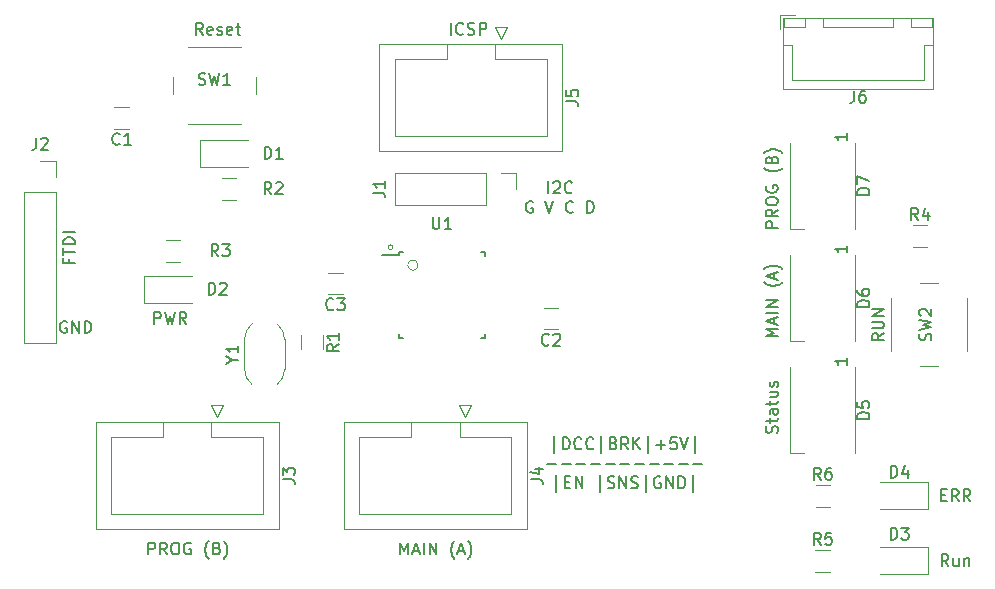
<source format=gbr>
%TF.GenerationSoftware,KiCad,Pcbnew,5.1.6-c6e7f7d~87~ubuntu20.04.1*%
%TF.CreationDate,2020-08-28T13:01:10+02:00*%
%TF.ProjectId,DccModule,4463634d-6f64-4756-9c65-2e6b69636164,rev?*%
%TF.SameCoordinates,Original*%
%TF.FileFunction,Legend,Top*%
%TF.FilePolarity,Positive*%
%FSLAX46Y46*%
G04 Gerber Fmt 4.6, Leading zero omitted, Abs format (unit mm)*
G04 Created by KiCad (PCBNEW 5.1.6-c6e7f7d~87~ubuntu20.04.1) date 2020-08-28 13:01:10*
%MOMM*%
%LPD*%
G01*
G04 APERTURE LIST*
%ADD10C,0.150000*%
%ADD11C,0.120000*%
G04 APERTURE END LIST*
D10*
X126238095Y-107250000D02*
X126142857Y-107202380D01*
X126000000Y-107202380D01*
X125857142Y-107250000D01*
X125761904Y-107345238D01*
X125714285Y-107440476D01*
X125666666Y-107630952D01*
X125666666Y-107773809D01*
X125714285Y-107964285D01*
X125761904Y-108059523D01*
X125857142Y-108154761D01*
X126000000Y-108202380D01*
X126095238Y-108202380D01*
X126238095Y-108154761D01*
X126285714Y-108107142D01*
X126285714Y-107773809D01*
X126095238Y-107773809D01*
X126714285Y-108202380D02*
X126714285Y-107202380D01*
X127285714Y-108202380D01*
X127285714Y-107202380D01*
X127761904Y-108202380D02*
X127761904Y-107202380D01*
X128000000Y-107202380D01*
X128142857Y-107250000D01*
X128238095Y-107345238D01*
X128285714Y-107440476D01*
X128333333Y-107630952D01*
X128333333Y-107773809D01*
X128285714Y-107964285D01*
X128238095Y-108059523D01*
X128142857Y-108154761D01*
X128000000Y-108202380D01*
X127761904Y-108202380D01*
X126428571Y-101976190D02*
X126428571Y-102309523D01*
X126952380Y-102309523D02*
X125952380Y-102309523D01*
X125952380Y-101833333D01*
X125952380Y-101595238D02*
X125952380Y-101023809D01*
X126952380Y-101309523D02*
X125952380Y-101309523D01*
X126952380Y-100690476D02*
X125952380Y-100690476D01*
X125952380Y-100452380D01*
X126000000Y-100309523D01*
X126095238Y-100214285D01*
X126190476Y-100166666D01*
X126380952Y-100119047D01*
X126523809Y-100119047D01*
X126714285Y-100166666D01*
X126809523Y-100214285D01*
X126904761Y-100309523D01*
X126952380Y-100452380D01*
X126952380Y-100690476D01*
X126952380Y-99690476D02*
X125952380Y-99690476D01*
X186452380Y-99333333D02*
X185452380Y-99333333D01*
X185452380Y-98952380D01*
X185500000Y-98857142D01*
X185547619Y-98809523D01*
X185642857Y-98761904D01*
X185785714Y-98761904D01*
X185880952Y-98809523D01*
X185928571Y-98857142D01*
X185976190Y-98952380D01*
X185976190Y-99333333D01*
X186452380Y-97761904D02*
X185976190Y-98095238D01*
X186452380Y-98333333D02*
X185452380Y-98333333D01*
X185452380Y-97952380D01*
X185500000Y-97857142D01*
X185547619Y-97809523D01*
X185642857Y-97761904D01*
X185785714Y-97761904D01*
X185880952Y-97809523D01*
X185928571Y-97857142D01*
X185976190Y-97952380D01*
X185976190Y-98333333D01*
X185452380Y-97142857D02*
X185452380Y-96952380D01*
X185500000Y-96857142D01*
X185595238Y-96761904D01*
X185785714Y-96714285D01*
X186119047Y-96714285D01*
X186309523Y-96761904D01*
X186404761Y-96857142D01*
X186452380Y-96952380D01*
X186452380Y-97142857D01*
X186404761Y-97238095D01*
X186309523Y-97333333D01*
X186119047Y-97380952D01*
X185785714Y-97380952D01*
X185595238Y-97333333D01*
X185500000Y-97238095D01*
X185452380Y-97142857D01*
X185500000Y-95761904D02*
X185452380Y-95857142D01*
X185452380Y-96000000D01*
X185500000Y-96142857D01*
X185595238Y-96238095D01*
X185690476Y-96285714D01*
X185880952Y-96333333D01*
X186023809Y-96333333D01*
X186214285Y-96285714D01*
X186309523Y-96238095D01*
X186404761Y-96142857D01*
X186452380Y-96000000D01*
X186452380Y-95904761D01*
X186404761Y-95761904D01*
X186357142Y-95714285D01*
X186023809Y-95714285D01*
X186023809Y-95904761D01*
X186833333Y-94238095D02*
X186785714Y-94285714D01*
X186642857Y-94380952D01*
X186547619Y-94428571D01*
X186404761Y-94476190D01*
X186166666Y-94523809D01*
X185976190Y-94523809D01*
X185738095Y-94476190D01*
X185595238Y-94428571D01*
X185500000Y-94380952D01*
X185357142Y-94285714D01*
X185309523Y-94238095D01*
X185928571Y-93523809D02*
X185976190Y-93380952D01*
X186023809Y-93333333D01*
X186119047Y-93285714D01*
X186261904Y-93285714D01*
X186357142Y-93333333D01*
X186404761Y-93380952D01*
X186452380Y-93476190D01*
X186452380Y-93857142D01*
X185452380Y-93857142D01*
X185452380Y-93523809D01*
X185500000Y-93428571D01*
X185547619Y-93380952D01*
X185642857Y-93333333D01*
X185738095Y-93333333D01*
X185833333Y-93380952D01*
X185880952Y-93428571D01*
X185928571Y-93523809D01*
X185928571Y-93857142D01*
X186833333Y-92952380D02*
X186785714Y-92904761D01*
X186642857Y-92809523D01*
X186547619Y-92761904D01*
X186404761Y-92714285D01*
X186166666Y-92666666D01*
X185976190Y-92666666D01*
X185738095Y-92714285D01*
X185595238Y-92761904D01*
X185500000Y-92809523D01*
X185357142Y-92904761D01*
X185309523Y-92952380D01*
X186452380Y-108500000D02*
X185452380Y-108500000D01*
X186166666Y-108166666D01*
X185452380Y-107833333D01*
X186452380Y-107833333D01*
X186166666Y-107404761D02*
X186166666Y-106928571D01*
X186452380Y-107500000D02*
X185452380Y-107166666D01*
X186452380Y-106833333D01*
X186452380Y-106500000D02*
X185452380Y-106500000D01*
X186452380Y-106023809D02*
X185452380Y-106023809D01*
X186452380Y-105452380D01*
X185452380Y-105452380D01*
X186833333Y-103928571D02*
X186785714Y-103976190D01*
X186642857Y-104071428D01*
X186547619Y-104119047D01*
X186404761Y-104166666D01*
X186166666Y-104214285D01*
X185976190Y-104214285D01*
X185738095Y-104166666D01*
X185595238Y-104119047D01*
X185500000Y-104071428D01*
X185357142Y-103976190D01*
X185309523Y-103928571D01*
X186166666Y-103595238D02*
X186166666Y-103119047D01*
X186452380Y-103690476D02*
X185452380Y-103357142D01*
X186452380Y-103023809D01*
X186833333Y-102785714D02*
X186785714Y-102738095D01*
X186642857Y-102642857D01*
X186547619Y-102595238D01*
X186404761Y-102547619D01*
X186166666Y-102500000D01*
X185976190Y-102500000D01*
X185738095Y-102547619D01*
X185595238Y-102595238D01*
X185500000Y-102642857D01*
X185357142Y-102738095D01*
X185309523Y-102785714D01*
X186404761Y-116666666D02*
X186452380Y-116523809D01*
X186452380Y-116285714D01*
X186404761Y-116190476D01*
X186357142Y-116142857D01*
X186261904Y-116095238D01*
X186166666Y-116095238D01*
X186071428Y-116142857D01*
X186023809Y-116190476D01*
X185976190Y-116285714D01*
X185928571Y-116476190D01*
X185880952Y-116571428D01*
X185833333Y-116619047D01*
X185738095Y-116666666D01*
X185642857Y-116666666D01*
X185547619Y-116619047D01*
X185500000Y-116571428D01*
X185452380Y-116476190D01*
X185452380Y-116238095D01*
X185500000Y-116095238D01*
X185785714Y-115809523D02*
X185785714Y-115428571D01*
X185452380Y-115666666D02*
X186309523Y-115666666D01*
X186404761Y-115619047D01*
X186452380Y-115523809D01*
X186452380Y-115428571D01*
X186452380Y-114666666D02*
X185928571Y-114666666D01*
X185833333Y-114714285D01*
X185785714Y-114809523D01*
X185785714Y-115000000D01*
X185833333Y-115095238D01*
X186404761Y-114666666D02*
X186452380Y-114761904D01*
X186452380Y-115000000D01*
X186404761Y-115095238D01*
X186309523Y-115142857D01*
X186214285Y-115142857D01*
X186119047Y-115095238D01*
X186071428Y-115000000D01*
X186071428Y-114761904D01*
X186023809Y-114666666D01*
X185785714Y-114333333D02*
X185785714Y-113952380D01*
X185452380Y-114190476D02*
X186309523Y-114190476D01*
X186404761Y-114142857D01*
X186452380Y-114047619D01*
X186452380Y-113952380D01*
X185785714Y-113190476D02*
X186452380Y-113190476D01*
X185785714Y-113619047D02*
X186309523Y-113619047D01*
X186404761Y-113571428D01*
X186452380Y-113476190D01*
X186452380Y-113333333D01*
X186404761Y-113238095D01*
X186357142Y-113190476D01*
X186404761Y-112761904D02*
X186452380Y-112666666D01*
X186452380Y-112476190D01*
X186404761Y-112380952D01*
X186309523Y-112333333D01*
X186261904Y-112333333D01*
X186166666Y-112380952D01*
X186119047Y-112476190D01*
X186119047Y-112619047D01*
X186071428Y-112714285D01*
X185976190Y-112761904D01*
X185928571Y-112761904D01*
X185833333Y-112714285D01*
X185785714Y-112619047D01*
X185785714Y-112476190D01*
X185833333Y-112380952D01*
X195452380Y-108238095D02*
X194976190Y-108571428D01*
X195452380Y-108809523D02*
X194452380Y-108809523D01*
X194452380Y-108428571D01*
X194500000Y-108333333D01*
X194547619Y-108285714D01*
X194642857Y-108238095D01*
X194785714Y-108238095D01*
X194880952Y-108285714D01*
X194928571Y-108333333D01*
X194976190Y-108428571D01*
X194976190Y-108809523D01*
X194452380Y-107809523D02*
X195261904Y-107809523D01*
X195357142Y-107761904D01*
X195404761Y-107714285D01*
X195452380Y-107619047D01*
X195452380Y-107428571D01*
X195404761Y-107333333D01*
X195357142Y-107285714D01*
X195261904Y-107238095D01*
X194452380Y-107238095D01*
X195452380Y-106761904D02*
X194452380Y-106761904D01*
X195452380Y-106190476D01*
X194452380Y-106190476D01*
X200904761Y-127952380D02*
X200571428Y-127476190D01*
X200333333Y-127952380D02*
X200333333Y-126952380D01*
X200714285Y-126952380D01*
X200809523Y-127000000D01*
X200857142Y-127047619D01*
X200904761Y-127142857D01*
X200904761Y-127285714D01*
X200857142Y-127380952D01*
X200809523Y-127428571D01*
X200714285Y-127476190D01*
X200333333Y-127476190D01*
X201761904Y-127285714D02*
X201761904Y-127952380D01*
X201333333Y-127285714D02*
X201333333Y-127809523D01*
X201380952Y-127904761D01*
X201476190Y-127952380D01*
X201619047Y-127952380D01*
X201714285Y-127904761D01*
X201761904Y-127857142D01*
X202238095Y-127285714D02*
X202238095Y-127952380D01*
X202238095Y-127380952D02*
X202285714Y-127333333D01*
X202380952Y-127285714D01*
X202523809Y-127285714D01*
X202619047Y-127333333D01*
X202666666Y-127428571D01*
X202666666Y-127952380D01*
X200285714Y-121928571D02*
X200619047Y-121928571D01*
X200761904Y-122452380D02*
X200285714Y-122452380D01*
X200285714Y-121452380D01*
X200761904Y-121452380D01*
X201761904Y-122452380D02*
X201428571Y-121976190D01*
X201190476Y-122452380D02*
X201190476Y-121452380D01*
X201571428Y-121452380D01*
X201666666Y-121500000D01*
X201714285Y-121547619D01*
X201761904Y-121642857D01*
X201761904Y-121785714D01*
X201714285Y-121880952D01*
X201666666Y-121928571D01*
X201571428Y-121976190D01*
X201190476Y-121976190D01*
X202761904Y-122452380D02*
X202428571Y-121976190D01*
X202190476Y-122452380D02*
X202190476Y-121452380D01*
X202571428Y-121452380D01*
X202666666Y-121500000D01*
X202714285Y-121547619D01*
X202761904Y-121642857D01*
X202761904Y-121785714D01*
X202714285Y-121880952D01*
X202666666Y-121928571D01*
X202571428Y-121976190D01*
X202190476Y-121976190D01*
X133166666Y-126952380D02*
X133166666Y-125952380D01*
X133547619Y-125952380D01*
X133642857Y-126000000D01*
X133690476Y-126047619D01*
X133738095Y-126142857D01*
X133738095Y-126285714D01*
X133690476Y-126380952D01*
X133642857Y-126428571D01*
X133547619Y-126476190D01*
X133166666Y-126476190D01*
X134738095Y-126952380D02*
X134404761Y-126476190D01*
X134166666Y-126952380D02*
X134166666Y-125952380D01*
X134547619Y-125952380D01*
X134642857Y-126000000D01*
X134690476Y-126047619D01*
X134738095Y-126142857D01*
X134738095Y-126285714D01*
X134690476Y-126380952D01*
X134642857Y-126428571D01*
X134547619Y-126476190D01*
X134166666Y-126476190D01*
X135357142Y-125952380D02*
X135547619Y-125952380D01*
X135642857Y-126000000D01*
X135738095Y-126095238D01*
X135785714Y-126285714D01*
X135785714Y-126619047D01*
X135738095Y-126809523D01*
X135642857Y-126904761D01*
X135547619Y-126952380D01*
X135357142Y-126952380D01*
X135261904Y-126904761D01*
X135166666Y-126809523D01*
X135119047Y-126619047D01*
X135119047Y-126285714D01*
X135166666Y-126095238D01*
X135261904Y-126000000D01*
X135357142Y-125952380D01*
X136738095Y-126000000D02*
X136642857Y-125952380D01*
X136500000Y-125952380D01*
X136357142Y-126000000D01*
X136261904Y-126095238D01*
X136214285Y-126190476D01*
X136166666Y-126380952D01*
X136166666Y-126523809D01*
X136214285Y-126714285D01*
X136261904Y-126809523D01*
X136357142Y-126904761D01*
X136500000Y-126952380D01*
X136595238Y-126952380D01*
X136738095Y-126904761D01*
X136785714Y-126857142D01*
X136785714Y-126523809D01*
X136595238Y-126523809D01*
X138261904Y-127333333D02*
X138214285Y-127285714D01*
X138119047Y-127142857D01*
X138071428Y-127047619D01*
X138023809Y-126904761D01*
X137976190Y-126666666D01*
X137976190Y-126476190D01*
X138023809Y-126238095D01*
X138071428Y-126095238D01*
X138119047Y-126000000D01*
X138214285Y-125857142D01*
X138261904Y-125809523D01*
X138976190Y-126428571D02*
X139119047Y-126476190D01*
X139166666Y-126523809D01*
X139214285Y-126619047D01*
X139214285Y-126761904D01*
X139166666Y-126857142D01*
X139119047Y-126904761D01*
X139023809Y-126952380D01*
X138642857Y-126952380D01*
X138642857Y-125952380D01*
X138976190Y-125952380D01*
X139071428Y-126000000D01*
X139119047Y-126047619D01*
X139166666Y-126142857D01*
X139166666Y-126238095D01*
X139119047Y-126333333D01*
X139071428Y-126380952D01*
X138976190Y-126428571D01*
X138642857Y-126428571D01*
X139547619Y-127333333D02*
X139595238Y-127285714D01*
X139690476Y-127142857D01*
X139738095Y-127047619D01*
X139785714Y-126904761D01*
X139833333Y-126666666D01*
X139833333Y-126476190D01*
X139785714Y-126238095D01*
X139738095Y-126095238D01*
X139690476Y-126000000D01*
X139595238Y-125857142D01*
X139547619Y-125809523D01*
X154500000Y-126952380D02*
X154500000Y-125952380D01*
X154833333Y-126666666D01*
X155166666Y-125952380D01*
X155166666Y-126952380D01*
X155595238Y-126666666D02*
X156071428Y-126666666D01*
X155500000Y-126952380D02*
X155833333Y-125952380D01*
X156166666Y-126952380D01*
X156500000Y-126952380D02*
X156500000Y-125952380D01*
X156976190Y-126952380D02*
X156976190Y-125952380D01*
X157547619Y-126952380D01*
X157547619Y-125952380D01*
X159071428Y-127333333D02*
X159023809Y-127285714D01*
X158928571Y-127142857D01*
X158880952Y-127047619D01*
X158833333Y-126904761D01*
X158785714Y-126666666D01*
X158785714Y-126476190D01*
X158833333Y-126238095D01*
X158880952Y-126095238D01*
X158928571Y-126000000D01*
X159023809Y-125857142D01*
X159071428Y-125809523D01*
X159404761Y-126666666D02*
X159880952Y-126666666D01*
X159309523Y-126952380D02*
X159642857Y-125952380D01*
X159976190Y-126952380D01*
X160214285Y-127333333D02*
X160261904Y-127285714D01*
X160357142Y-127142857D01*
X160404761Y-127047619D01*
X160452380Y-126904761D01*
X160500000Y-126666666D01*
X160500000Y-126476190D01*
X160452380Y-126238095D01*
X160404761Y-126095238D01*
X160357142Y-126000000D01*
X160261904Y-125857142D01*
X160214285Y-125809523D01*
X133666666Y-107452380D02*
X133666666Y-106452380D01*
X134047619Y-106452380D01*
X134142857Y-106500000D01*
X134190476Y-106547619D01*
X134238095Y-106642857D01*
X134238095Y-106785714D01*
X134190476Y-106880952D01*
X134142857Y-106928571D01*
X134047619Y-106976190D01*
X133666666Y-106976190D01*
X134571428Y-106452380D02*
X134809523Y-107452380D01*
X135000000Y-106738095D01*
X135190476Y-107452380D01*
X135428571Y-106452380D01*
X136380952Y-107452380D02*
X136047619Y-106976190D01*
X135809523Y-107452380D02*
X135809523Y-106452380D01*
X136190476Y-106452380D01*
X136285714Y-106500000D01*
X136333333Y-106547619D01*
X136380952Y-106642857D01*
X136380952Y-106785714D01*
X136333333Y-106880952D01*
X136285714Y-106928571D01*
X136190476Y-106976190D01*
X135809523Y-106976190D01*
X167023809Y-96377380D02*
X167023809Y-95377380D01*
X167452380Y-95472619D02*
X167500000Y-95425000D01*
X167595238Y-95377380D01*
X167833333Y-95377380D01*
X167928571Y-95425000D01*
X167976190Y-95472619D01*
X168023809Y-95567857D01*
X168023809Y-95663095D01*
X167976190Y-95805952D01*
X167404761Y-96377380D01*
X168023809Y-96377380D01*
X169023809Y-96282142D02*
X168976190Y-96329761D01*
X168833333Y-96377380D01*
X168738095Y-96377380D01*
X168595238Y-96329761D01*
X168500000Y-96234523D01*
X168452380Y-96139285D01*
X168404761Y-95948809D01*
X168404761Y-95805952D01*
X168452380Y-95615476D01*
X168500000Y-95520238D01*
X168595238Y-95425000D01*
X168738095Y-95377380D01*
X168833333Y-95377380D01*
X168976190Y-95425000D01*
X169023809Y-95472619D01*
X165690476Y-97075000D02*
X165595238Y-97027380D01*
X165452380Y-97027380D01*
X165309523Y-97075000D01*
X165214285Y-97170238D01*
X165166666Y-97265476D01*
X165119047Y-97455952D01*
X165119047Y-97598809D01*
X165166666Y-97789285D01*
X165214285Y-97884523D01*
X165309523Y-97979761D01*
X165452380Y-98027380D01*
X165547619Y-98027380D01*
X165690476Y-97979761D01*
X165738095Y-97932142D01*
X165738095Y-97598809D01*
X165547619Y-97598809D01*
X166785714Y-97027380D02*
X167119047Y-98027380D01*
X167452380Y-97027380D01*
X169119047Y-97932142D02*
X169071428Y-97979761D01*
X168928571Y-98027380D01*
X168833333Y-98027380D01*
X168690476Y-97979761D01*
X168595238Y-97884523D01*
X168547619Y-97789285D01*
X168500000Y-97598809D01*
X168500000Y-97455952D01*
X168547619Y-97265476D01*
X168595238Y-97170238D01*
X168690476Y-97075000D01*
X168833333Y-97027380D01*
X168928571Y-97027380D01*
X169071428Y-97075000D01*
X169119047Y-97122619D01*
X170309523Y-98027380D02*
X170309523Y-97027380D01*
X170547619Y-97027380D01*
X170690476Y-97075000D01*
X170785714Y-97170238D01*
X170833333Y-97265476D01*
X170880952Y-97455952D01*
X170880952Y-97598809D01*
X170833333Y-97789285D01*
X170785714Y-97884523D01*
X170690476Y-97979761D01*
X170547619Y-98027380D01*
X170309523Y-98027380D01*
X137761904Y-82952380D02*
X137428571Y-82476190D01*
X137190476Y-82952380D02*
X137190476Y-81952380D01*
X137571428Y-81952380D01*
X137666666Y-82000000D01*
X137714285Y-82047619D01*
X137761904Y-82142857D01*
X137761904Y-82285714D01*
X137714285Y-82380952D01*
X137666666Y-82428571D01*
X137571428Y-82476190D01*
X137190476Y-82476190D01*
X138571428Y-82904761D02*
X138476190Y-82952380D01*
X138285714Y-82952380D01*
X138190476Y-82904761D01*
X138142857Y-82809523D01*
X138142857Y-82428571D01*
X138190476Y-82333333D01*
X138285714Y-82285714D01*
X138476190Y-82285714D01*
X138571428Y-82333333D01*
X138619047Y-82428571D01*
X138619047Y-82523809D01*
X138142857Y-82619047D01*
X139000000Y-82904761D02*
X139095238Y-82952380D01*
X139285714Y-82952380D01*
X139380952Y-82904761D01*
X139428571Y-82809523D01*
X139428571Y-82761904D01*
X139380952Y-82666666D01*
X139285714Y-82619047D01*
X139142857Y-82619047D01*
X139047619Y-82571428D01*
X139000000Y-82476190D01*
X139000000Y-82428571D01*
X139047619Y-82333333D01*
X139142857Y-82285714D01*
X139285714Y-82285714D01*
X139380952Y-82333333D01*
X140238095Y-82904761D02*
X140142857Y-82952380D01*
X139952380Y-82952380D01*
X139857142Y-82904761D01*
X139809523Y-82809523D01*
X139809523Y-82428571D01*
X139857142Y-82333333D01*
X139952380Y-82285714D01*
X140142857Y-82285714D01*
X140238095Y-82333333D01*
X140285714Y-82428571D01*
X140285714Y-82523809D01*
X139809523Y-82619047D01*
X140571428Y-82285714D02*
X140952380Y-82285714D01*
X140714285Y-81952380D02*
X140714285Y-82809523D01*
X140761904Y-82904761D01*
X140857142Y-82952380D01*
X140952380Y-82952380D01*
X158773809Y-82952380D02*
X158773809Y-81952380D01*
X159821428Y-82857142D02*
X159773809Y-82904761D01*
X159630952Y-82952380D01*
X159535714Y-82952380D01*
X159392857Y-82904761D01*
X159297619Y-82809523D01*
X159250000Y-82714285D01*
X159202380Y-82523809D01*
X159202380Y-82380952D01*
X159250000Y-82190476D01*
X159297619Y-82095238D01*
X159392857Y-82000000D01*
X159535714Y-81952380D01*
X159630952Y-81952380D01*
X159773809Y-82000000D01*
X159821428Y-82047619D01*
X160202380Y-82904761D02*
X160345238Y-82952380D01*
X160583333Y-82952380D01*
X160678571Y-82904761D01*
X160726190Y-82857142D01*
X160773809Y-82761904D01*
X160773809Y-82666666D01*
X160726190Y-82571428D01*
X160678571Y-82523809D01*
X160583333Y-82476190D01*
X160392857Y-82428571D01*
X160297619Y-82380952D01*
X160250000Y-82333333D01*
X160202380Y-82238095D01*
X160202380Y-82142857D01*
X160250000Y-82047619D01*
X160297619Y-82000000D01*
X160392857Y-81952380D01*
X160630952Y-81952380D01*
X160773809Y-82000000D01*
X161202380Y-82952380D02*
X161202380Y-81952380D01*
X161583333Y-81952380D01*
X161678571Y-82000000D01*
X161726190Y-82047619D01*
X161773809Y-82142857D01*
X161773809Y-82285714D01*
X161726190Y-82380952D01*
X161678571Y-82428571D01*
X161583333Y-82476190D01*
X161202380Y-82476190D01*
X167547619Y-118385714D02*
X167547619Y-116957142D01*
X168261904Y-118052380D02*
X168261904Y-117052380D01*
X168500000Y-117052380D01*
X168642857Y-117100000D01*
X168738095Y-117195238D01*
X168785714Y-117290476D01*
X168833333Y-117480952D01*
X168833333Y-117623809D01*
X168785714Y-117814285D01*
X168738095Y-117909523D01*
X168642857Y-118004761D01*
X168500000Y-118052380D01*
X168261904Y-118052380D01*
X169833333Y-117957142D02*
X169785714Y-118004761D01*
X169642857Y-118052380D01*
X169547619Y-118052380D01*
X169404761Y-118004761D01*
X169309523Y-117909523D01*
X169261904Y-117814285D01*
X169214285Y-117623809D01*
X169214285Y-117480952D01*
X169261904Y-117290476D01*
X169309523Y-117195238D01*
X169404761Y-117100000D01*
X169547619Y-117052380D01*
X169642857Y-117052380D01*
X169785714Y-117100000D01*
X169833333Y-117147619D01*
X170833333Y-117957142D02*
X170785714Y-118004761D01*
X170642857Y-118052380D01*
X170547619Y-118052380D01*
X170404761Y-118004761D01*
X170309523Y-117909523D01*
X170261904Y-117814285D01*
X170214285Y-117623809D01*
X170214285Y-117480952D01*
X170261904Y-117290476D01*
X170309523Y-117195238D01*
X170404761Y-117100000D01*
X170547619Y-117052380D01*
X170642857Y-117052380D01*
X170785714Y-117100000D01*
X170833333Y-117147619D01*
X171500000Y-118385714D02*
X171500000Y-116957142D01*
X172547619Y-117528571D02*
X172690476Y-117576190D01*
X172738095Y-117623809D01*
X172785714Y-117719047D01*
X172785714Y-117861904D01*
X172738095Y-117957142D01*
X172690476Y-118004761D01*
X172595238Y-118052380D01*
X172214285Y-118052380D01*
X172214285Y-117052380D01*
X172547619Y-117052380D01*
X172642857Y-117100000D01*
X172690476Y-117147619D01*
X172738095Y-117242857D01*
X172738095Y-117338095D01*
X172690476Y-117433333D01*
X172642857Y-117480952D01*
X172547619Y-117528571D01*
X172214285Y-117528571D01*
X173785714Y-118052380D02*
X173452380Y-117576190D01*
X173214285Y-118052380D02*
X173214285Y-117052380D01*
X173595238Y-117052380D01*
X173690476Y-117100000D01*
X173738095Y-117147619D01*
X173785714Y-117242857D01*
X173785714Y-117385714D01*
X173738095Y-117480952D01*
X173690476Y-117528571D01*
X173595238Y-117576190D01*
X173214285Y-117576190D01*
X174214285Y-118052380D02*
X174214285Y-117052380D01*
X174785714Y-118052380D02*
X174357142Y-117480952D01*
X174785714Y-117052380D02*
X174214285Y-117623809D01*
X175452380Y-118385714D02*
X175452380Y-116957142D01*
X176166666Y-117671428D02*
X176928571Y-117671428D01*
X176547619Y-118052380D02*
X176547619Y-117290476D01*
X177880952Y-117052380D02*
X177404761Y-117052380D01*
X177357142Y-117528571D01*
X177404761Y-117480952D01*
X177500000Y-117433333D01*
X177738095Y-117433333D01*
X177833333Y-117480952D01*
X177880952Y-117528571D01*
X177928571Y-117623809D01*
X177928571Y-117861904D01*
X177880952Y-117957142D01*
X177833333Y-118004761D01*
X177738095Y-118052380D01*
X177500000Y-118052380D01*
X177404761Y-118004761D01*
X177357142Y-117957142D01*
X178214285Y-117052380D02*
X178547619Y-118052380D01*
X178880952Y-117052380D01*
X179452380Y-118385714D02*
X179452380Y-116957142D01*
X166928571Y-119321428D02*
X167690476Y-119321428D01*
X168166666Y-119321428D02*
X168928571Y-119321428D01*
X169404761Y-119321428D02*
X170166666Y-119321428D01*
X170642857Y-119321428D02*
X171404761Y-119321428D01*
X171880952Y-119321428D02*
X172642857Y-119321428D01*
X173119047Y-119321428D02*
X173880952Y-119321428D01*
X174357142Y-119321428D02*
X175119047Y-119321428D01*
X175595238Y-119321428D02*
X176357142Y-119321428D01*
X176833333Y-119321428D02*
X177595238Y-119321428D01*
X178071428Y-119321428D02*
X178833333Y-119321428D01*
X179309523Y-119321428D02*
X180071428Y-119321428D01*
X167714285Y-121685714D02*
X167714285Y-120257142D01*
X168428571Y-120828571D02*
X168761904Y-120828571D01*
X168904761Y-121352380D02*
X168428571Y-121352380D01*
X168428571Y-120352380D01*
X168904761Y-120352380D01*
X169333333Y-121352380D02*
X169333333Y-120352380D01*
X169904761Y-121352380D01*
X169904761Y-120352380D01*
X171380952Y-121685714D02*
X171380952Y-120257142D01*
X172047619Y-121304761D02*
X172190476Y-121352380D01*
X172428571Y-121352380D01*
X172523809Y-121304761D01*
X172571428Y-121257142D01*
X172619047Y-121161904D01*
X172619047Y-121066666D01*
X172571428Y-120971428D01*
X172523809Y-120923809D01*
X172428571Y-120876190D01*
X172238095Y-120828571D01*
X172142857Y-120780952D01*
X172095238Y-120733333D01*
X172047619Y-120638095D01*
X172047619Y-120542857D01*
X172095238Y-120447619D01*
X172142857Y-120400000D01*
X172238095Y-120352380D01*
X172476190Y-120352380D01*
X172619047Y-120400000D01*
X173047619Y-121352380D02*
X173047619Y-120352380D01*
X173619047Y-121352380D01*
X173619047Y-120352380D01*
X174047619Y-121304761D02*
X174190476Y-121352380D01*
X174428571Y-121352380D01*
X174523809Y-121304761D01*
X174571428Y-121257142D01*
X174619047Y-121161904D01*
X174619047Y-121066666D01*
X174571428Y-120971428D01*
X174523809Y-120923809D01*
X174428571Y-120876190D01*
X174238095Y-120828571D01*
X174142857Y-120780952D01*
X174095238Y-120733333D01*
X174047619Y-120638095D01*
X174047619Y-120542857D01*
X174095238Y-120447619D01*
X174142857Y-120400000D01*
X174238095Y-120352380D01*
X174476190Y-120352380D01*
X174619047Y-120400000D01*
X175285714Y-121685714D02*
X175285714Y-120257142D01*
X176523809Y-120400000D02*
X176428571Y-120352380D01*
X176285714Y-120352380D01*
X176142857Y-120400000D01*
X176047619Y-120495238D01*
X176000000Y-120590476D01*
X175952380Y-120780952D01*
X175952380Y-120923809D01*
X176000000Y-121114285D01*
X176047619Y-121209523D01*
X176142857Y-121304761D01*
X176285714Y-121352380D01*
X176380952Y-121352380D01*
X176523809Y-121304761D01*
X176571428Y-121257142D01*
X176571428Y-120923809D01*
X176380952Y-120923809D01*
X177000000Y-121352380D02*
X177000000Y-120352380D01*
X177571428Y-121352380D01*
X177571428Y-120352380D01*
X178047619Y-121352380D02*
X178047619Y-120352380D01*
X178285714Y-120352380D01*
X178428571Y-120400000D01*
X178523809Y-120495238D01*
X178571428Y-120590476D01*
X178619047Y-120780952D01*
X178619047Y-120923809D01*
X178571428Y-121114285D01*
X178523809Y-121209523D01*
X178428571Y-121304761D01*
X178285714Y-121352380D01*
X178047619Y-121352380D01*
X179285714Y-121685714D02*
X179285714Y-120257142D01*
D11*
%TO.C,Y1*%
X144700000Y-111250000D02*
X144700000Y-108750000D01*
X141300000Y-111250000D02*
X141300000Y-108750000D01*
X144048961Y-107412210D02*
G75*
G02*
X144700000Y-108750000I-1048961J-1337790D01*
G01*
X144048961Y-112587790D02*
G75*
G03*
X144700000Y-111250000I-1048961J1337790D01*
G01*
X141951039Y-107412210D02*
G75*
G03*
X141300000Y-108750000I1048961J-1337790D01*
G01*
X141951039Y-112587790D02*
G75*
G02*
X141300000Y-111250000I1048961J1337790D01*
G01*
%TO.C,U1*%
X153882000Y-100936000D02*
G75*
G03*
X153882000Y-100936000I-200000J0D01*
G01*
X155995635Y-102460000D02*
G75*
G03*
X155995635Y-102460000I-434035J0D01*
G01*
D10*
X154375000Y-101375000D02*
X154375000Y-101600000D01*
X161625000Y-101375000D02*
X161625000Y-101700000D01*
X161625000Y-108625000D02*
X161625000Y-108300000D01*
X154375000Y-108625000D02*
X154375000Y-108300000D01*
X154375000Y-101375000D02*
X154700000Y-101375000D01*
X154375000Y-108625000D02*
X154700000Y-108625000D01*
X161625000Y-108625000D02*
X161300000Y-108625000D01*
X161625000Y-101375000D02*
X161300000Y-101375000D01*
X154375000Y-101600000D02*
X152950000Y-101600000D01*
D11*
%TO.C,SW2*%
X200000000Y-104000000D02*
X198500000Y-104000000D01*
X196000000Y-105250000D02*
X196000000Y-109750000D01*
X198500000Y-111000000D02*
X200000000Y-111000000D01*
X202500000Y-109750000D02*
X202500000Y-105250000D01*
%TO.C,SW1*%
X142250000Y-88000000D02*
X142250000Y-86500000D01*
X141000000Y-84000000D02*
X136500000Y-84000000D01*
X135250000Y-86500000D02*
X135250000Y-88000000D01*
X136500000Y-90500000D02*
X141000000Y-90500000D01*
%TO.C,R6*%
X189660436Y-122910000D02*
X190864564Y-122910000D01*
X189660436Y-121090000D02*
X190864564Y-121090000D01*
%TO.C,R5*%
X189647936Y-128410000D02*
X190852064Y-128410000D01*
X189647936Y-126590000D02*
X190852064Y-126590000D01*
%TO.C,R4*%
X197897936Y-100910000D02*
X199102064Y-100910000D01*
X197897936Y-99090000D02*
X199102064Y-99090000D01*
%TO.C,R3*%
X134647936Y-102160000D02*
X135852064Y-102160000D01*
X134647936Y-100340000D02*
X135852064Y-100340000D01*
%TO.C,R2*%
X139397936Y-96910000D02*
X140602064Y-96910000D01*
X139397936Y-95090000D02*
X140602064Y-95090000D01*
%TO.C,R1*%
X146090000Y-108397936D02*
X146090000Y-109602064D01*
X147910000Y-108397936D02*
X147910000Y-109602064D01*
%TO.C,J6*%
X186650000Y-81250000D02*
X186650000Y-82500000D01*
X187900000Y-81250000D02*
X186650000Y-81250000D01*
X198800000Y-86750000D02*
X193250000Y-86750000D01*
X198800000Y-83800000D02*
X198800000Y-86750000D01*
X199550000Y-83800000D02*
X198800000Y-83800000D01*
X187700000Y-86750000D02*
X193250000Y-86750000D01*
X187700000Y-83800000D02*
X187700000Y-86750000D01*
X186950000Y-83800000D02*
X187700000Y-83800000D01*
X199550000Y-81550000D02*
X197750000Y-81550000D01*
X199550000Y-82300000D02*
X199550000Y-81550000D01*
X197750000Y-82300000D02*
X199550000Y-82300000D01*
X197750000Y-81550000D02*
X197750000Y-82300000D01*
X188750000Y-81550000D02*
X186950000Y-81550000D01*
X188750000Y-82300000D02*
X188750000Y-81550000D01*
X186950000Y-82300000D02*
X188750000Y-82300000D01*
X186950000Y-81550000D02*
X186950000Y-82300000D01*
X196250000Y-81550000D02*
X190250000Y-81550000D01*
X196250000Y-82300000D02*
X196250000Y-81550000D01*
X190250000Y-82300000D02*
X196250000Y-82300000D01*
X190250000Y-81550000D02*
X190250000Y-82300000D01*
X199560000Y-81540000D02*
X186940000Y-81540000D01*
X199560000Y-87510000D02*
X199560000Y-81540000D01*
X186940000Y-87510000D02*
X199560000Y-87510000D01*
X186940000Y-81540000D02*
X186940000Y-87510000D01*
%TO.C,J5*%
X162500000Y-82320000D02*
X163000000Y-83320000D01*
X163500000Y-82320000D02*
X162500000Y-82320000D01*
X163000000Y-83320000D02*
X163500000Y-82320000D01*
X158410000Y-85020000D02*
X158410000Y-83710000D01*
X158410000Y-85020000D02*
X158410000Y-85020000D01*
X154010000Y-85020000D02*
X158410000Y-85020000D01*
X154010000Y-91520000D02*
X154010000Y-85020000D01*
X166910000Y-91520000D02*
X154010000Y-91520000D01*
X166910000Y-85020000D02*
X166910000Y-91520000D01*
X162510000Y-85020000D02*
X166910000Y-85020000D01*
X162510000Y-83710000D02*
X162510000Y-85020000D01*
X152710000Y-83710000D02*
X168210000Y-83710000D01*
X152710000Y-92830000D02*
X152710000Y-83710000D01*
X168210000Y-92830000D02*
X152710000Y-92830000D01*
X168210000Y-83710000D02*
X168210000Y-92830000D01*
%TO.C,J4*%
X159500000Y-114320000D02*
X160000000Y-115320000D01*
X160500000Y-114320000D02*
X159500000Y-114320000D01*
X160000000Y-115320000D02*
X160500000Y-114320000D01*
X155410000Y-117020000D02*
X155410000Y-115710000D01*
X155410000Y-117020000D02*
X155410000Y-117020000D01*
X151010000Y-117020000D02*
X155410000Y-117020000D01*
X151010000Y-123520000D02*
X151010000Y-117020000D01*
X163910000Y-123520000D02*
X151010000Y-123520000D01*
X163910000Y-117020000D02*
X163910000Y-123520000D01*
X159510000Y-117020000D02*
X163910000Y-117020000D01*
X159510000Y-115710000D02*
X159510000Y-117020000D01*
X149710000Y-115710000D02*
X165210000Y-115710000D01*
X149710000Y-124830000D02*
X149710000Y-115710000D01*
X165210000Y-124830000D02*
X149710000Y-124830000D01*
X165210000Y-115710000D02*
X165210000Y-124830000D01*
%TO.C,J3*%
X138500000Y-114320000D02*
X139000000Y-115320000D01*
X139500000Y-114320000D02*
X138500000Y-114320000D01*
X139000000Y-115320000D02*
X139500000Y-114320000D01*
X134410000Y-117020000D02*
X134410000Y-115710000D01*
X134410000Y-117020000D02*
X134410000Y-117020000D01*
X130010000Y-117020000D02*
X134410000Y-117020000D01*
X130010000Y-123520000D02*
X130010000Y-117020000D01*
X142910000Y-123520000D02*
X130010000Y-123520000D01*
X142910000Y-117020000D02*
X142910000Y-123520000D01*
X138510000Y-117020000D02*
X142910000Y-117020000D01*
X138510000Y-115710000D02*
X138510000Y-117020000D01*
X128710000Y-115710000D02*
X144210000Y-115710000D01*
X128710000Y-124830000D02*
X128710000Y-115710000D01*
X144210000Y-124830000D02*
X128710000Y-124830000D01*
X144210000Y-115710000D02*
X144210000Y-124830000D01*
%TO.C,J2*%
X124000000Y-93670000D02*
X125330000Y-93670000D01*
X125330000Y-93670000D02*
X125330000Y-95000000D01*
X125330000Y-96270000D02*
X125330000Y-109030000D01*
X122670000Y-109030000D02*
X125330000Y-109030000D01*
X122670000Y-96270000D02*
X122670000Y-109030000D01*
X122670000Y-96270000D02*
X125330000Y-96270000D01*
%TO.C,J1*%
X164330000Y-94670000D02*
X164330000Y-96000000D01*
X163000000Y-94670000D02*
X164330000Y-94670000D01*
X161730000Y-94670000D02*
X161730000Y-97330000D01*
X161730000Y-97330000D02*
X154050000Y-97330000D01*
X161730000Y-94670000D02*
X154050000Y-94670000D01*
X154050000Y-94670000D02*
X154050000Y-97330000D01*
%TO.C,D7*%
X187500000Y-99400000D02*
X188650000Y-99400000D01*
X187500000Y-92100000D02*
X187500000Y-99400000D01*
X193000000Y-92100000D02*
X193000000Y-99400000D01*
%TO.C,D6*%
X187500000Y-108900000D02*
X188650000Y-108900000D01*
X187500000Y-101600000D02*
X187500000Y-108900000D01*
X193000000Y-101600000D02*
X193000000Y-108900000D01*
%TO.C,D5*%
X187500000Y-118400000D02*
X188650000Y-118400000D01*
X187500000Y-111100000D02*
X187500000Y-118400000D01*
X193000000Y-111100000D02*
X193000000Y-118400000D01*
%TO.C,D4*%
X199210000Y-120865000D02*
X195150000Y-120865000D01*
X199210000Y-123135000D02*
X199210000Y-120865000D01*
X195150000Y-123135000D02*
X199210000Y-123135000D01*
%TO.C,D3*%
X199197500Y-126365000D02*
X195137500Y-126365000D01*
X199197500Y-128635000D02*
X199197500Y-126365000D01*
X195137500Y-128635000D02*
X199197500Y-128635000D01*
%TO.C,D2*%
X132802500Y-105635000D02*
X136862500Y-105635000D01*
X132802500Y-103365000D02*
X132802500Y-105635000D01*
X136862500Y-103365000D02*
X132802500Y-103365000D01*
%TO.C,D1*%
X137540000Y-94135000D02*
X141600000Y-94135000D01*
X137540000Y-91865000D02*
X137540000Y-94135000D01*
X141600000Y-91865000D02*
X137540000Y-91865000D01*
%TO.C,C3*%
X149602064Y-103090000D02*
X148397936Y-103090000D01*
X149602064Y-104910000D02*
X148397936Y-104910000D01*
%TO.C,C2*%
X167839564Y-106090000D02*
X166635436Y-106090000D01*
X167839564Y-107910000D02*
X166635436Y-107910000D01*
%TO.C,C1*%
X131502064Y-89090000D02*
X130297936Y-89090000D01*
X131502064Y-90910000D02*
X130297936Y-90910000D01*
%TO.C,Y1*%
D10*
X140276190Y-110476190D02*
X140752380Y-110476190D01*
X139752380Y-110809523D02*
X140276190Y-110476190D01*
X139752380Y-110142857D01*
X140752380Y-109285714D02*
X140752380Y-109857142D01*
X140752380Y-109571428D02*
X139752380Y-109571428D01*
X139895238Y-109666666D01*
X139990476Y-109761904D01*
X140038095Y-109857142D01*
%TO.C,U1*%
X157238095Y-98402380D02*
X157238095Y-99211904D01*
X157285714Y-99307142D01*
X157333333Y-99354761D01*
X157428571Y-99402380D01*
X157619047Y-99402380D01*
X157714285Y-99354761D01*
X157761904Y-99307142D01*
X157809523Y-99211904D01*
X157809523Y-98402380D01*
X158809523Y-99402380D02*
X158238095Y-99402380D01*
X158523809Y-99402380D02*
X158523809Y-98402380D01*
X158428571Y-98545238D01*
X158333333Y-98640476D01*
X158238095Y-98688095D01*
%TO.C,SW2*%
X199404761Y-108833333D02*
X199452380Y-108690476D01*
X199452380Y-108452380D01*
X199404761Y-108357142D01*
X199357142Y-108309523D01*
X199261904Y-108261904D01*
X199166666Y-108261904D01*
X199071428Y-108309523D01*
X199023809Y-108357142D01*
X198976190Y-108452380D01*
X198928571Y-108642857D01*
X198880952Y-108738095D01*
X198833333Y-108785714D01*
X198738095Y-108833333D01*
X198642857Y-108833333D01*
X198547619Y-108785714D01*
X198500000Y-108738095D01*
X198452380Y-108642857D01*
X198452380Y-108404761D01*
X198500000Y-108261904D01*
X198452380Y-107928571D02*
X199452380Y-107690476D01*
X198738095Y-107500000D01*
X199452380Y-107309523D01*
X198452380Y-107071428D01*
X198547619Y-106738095D02*
X198500000Y-106690476D01*
X198452380Y-106595238D01*
X198452380Y-106357142D01*
X198500000Y-106261904D01*
X198547619Y-106214285D01*
X198642857Y-106166666D01*
X198738095Y-106166666D01*
X198880952Y-106214285D01*
X199452380Y-106785714D01*
X199452380Y-106166666D01*
%TO.C,SW1*%
X137416666Y-87154761D02*
X137559523Y-87202380D01*
X137797619Y-87202380D01*
X137892857Y-87154761D01*
X137940476Y-87107142D01*
X137988095Y-87011904D01*
X137988095Y-86916666D01*
X137940476Y-86821428D01*
X137892857Y-86773809D01*
X137797619Y-86726190D01*
X137607142Y-86678571D01*
X137511904Y-86630952D01*
X137464285Y-86583333D01*
X137416666Y-86488095D01*
X137416666Y-86392857D01*
X137464285Y-86297619D01*
X137511904Y-86250000D01*
X137607142Y-86202380D01*
X137845238Y-86202380D01*
X137988095Y-86250000D01*
X138321428Y-86202380D02*
X138559523Y-87202380D01*
X138750000Y-86488095D01*
X138940476Y-87202380D01*
X139178571Y-86202380D01*
X140083333Y-87202380D02*
X139511904Y-87202380D01*
X139797619Y-87202380D02*
X139797619Y-86202380D01*
X139702380Y-86345238D01*
X139607142Y-86440476D01*
X139511904Y-86488095D01*
%TO.C,R6*%
X190095833Y-120632380D02*
X189762500Y-120156190D01*
X189524404Y-120632380D02*
X189524404Y-119632380D01*
X189905357Y-119632380D01*
X190000595Y-119680000D01*
X190048214Y-119727619D01*
X190095833Y-119822857D01*
X190095833Y-119965714D01*
X190048214Y-120060952D01*
X190000595Y-120108571D01*
X189905357Y-120156190D01*
X189524404Y-120156190D01*
X190952976Y-119632380D02*
X190762500Y-119632380D01*
X190667261Y-119680000D01*
X190619642Y-119727619D01*
X190524404Y-119870476D01*
X190476785Y-120060952D01*
X190476785Y-120441904D01*
X190524404Y-120537142D01*
X190572023Y-120584761D01*
X190667261Y-120632380D01*
X190857738Y-120632380D01*
X190952976Y-120584761D01*
X191000595Y-120537142D01*
X191048214Y-120441904D01*
X191048214Y-120203809D01*
X191000595Y-120108571D01*
X190952976Y-120060952D01*
X190857738Y-120013333D01*
X190667261Y-120013333D01*
X190572023Y-120060952D01*
X190524404Y-120108571D01*
X190476785Y-120203809D01*
%TO.C,R5*%
X190083333Y-126132380D02*
X189750000Y-125656190D01*
X189511904Y-126132380D02*
X189511904Y-125132380D01*
X189892857Y-125132380D01*
X189988095Y-125180000D01*
X190035714Y-125227619D01*
X190083333Y-125322857D01*
X190083333Y-125465714D01*
X190035714Y-125560952D01*
X189988095Y-125608571D01*
X189892857Y-125656190D01*
X189511904Y-125656190D01*
X190988095Y-125132380D02*
X190511904Y-125132380D01*
X190464285Y-125608571D01*
X190511904Y-125560952D01*
X190607142Y-125513333D01*
X190845238Y-125513333D01*
X190940476Y-125560952D01*
X190988095Y-125608571D01*
X191035714Y-125703809D01*
X191035714Y-125941904D01*
X190988095Y-126037142D01*
X190940476Y-126084761D01*
X190845238Y-126132380D01*
X190607142Y-126132380D01*
X190511904Y-126084761D01*
X190464285Y-126037142D01*
%TO.C,R4*%
X198333333Y-98632380D02*
X198000000Y-98156190D01*
X197761904Y-98632380D02*
X197761904Y-97632380D01*
X198142857Y-97632380D01*
X198238095Y-97680000D01*
X198285714Y-97727619D01*
X198333333Y-97822857D01*
X198333333Y-97965714D01*
X198285714Y-98060952D01*
X198238095Y-98108571D01*
X198142857Y-98156190D01*
X197761904Y-98156190D01*
X199190476Y-97965714D02*
X199190476Y-98632380D01*
X198952380Y-97584761D02*
X198714285Y-98299047D01*
X199333333Y-98299047D01*
%TO.C,R3*%
X139083333Y-101702380D02*
X138750000Y-101226190D01*
X138511904Y-101702380D02*
X138511904Y-100702380D01*
X138892857Y-100702380D01*
X138988095Y-100750000D01*
X139035714Y-100797619D01*
X139083333Y-100892857D01*
X139083333Y-101035714D01*
X139035714Y-101130952D01*
X138988095Y-101178571D01*
X138892857Y-101226190D01*
X138511904Y-101226190D01*
X139416666Y-100702380D02*
X140035714Y-100702380D01*
X139702380Y-101083333D01*
X139845238Y-101083333D01*
X139940476Y-101130952D01*
X139988095Y-101178571D01*
X140035714Y-101273809D01*
X140035714Y-101511904D01*
X139988095Y-101607142D01*
X139940476Y-101654761D01*
X139845238Y-101702380D01*
X139559523Y-101702380D01*
X139464285Y-101654761D01*
X139416666Y-101607142D01*
%TO.C,R2*%
X143583333Y-96452380D02*
X143250000Y-95976190D01*
X143011904Y-96452380D02*
X143011904Y-95452380D01*
X143392857Y-95452380D01*
X143488095Y-95500000D01*
X143535714Y-95547619D01*
X143583333Y-95642857D01*
X143583333Y-95785714D01*
X143535714Y-95880952D01*
X143488095Y-95928571D01*
X143392857Y-95976190D01*
X143011904Y-95976190D01*
X143964285Y-95547619D02*
X144011904Y-95500000D01*
X144107142Y-95452380D01*
X144345238Y-95452380D01*
X144440476Y-95500000D01*
X144488095Y-95547619D01*
X144535714Y-95642857D01*
X144535714Y-95738095D01*
X144488095Y-95880952D01*
X143916666Y-96452380D01*
X144535714Y-96452380D01*
%TO.C,R1*%
X149272380Y-109166666D02*
X148796190Y-109500000D01*
X149272380Y-109738095D02*
X148272380Y-109738095D01*
X148272380Y-109357142D01*
X148320000Y-109261904D01*
X148367619Y-109214285D01*
X148462857Y-109166666D01*
X148605714Y-109166666D01*
X148700952Y-109214285D01*
X148748571Y-109261904D01*
X148796190Y-109357142D01*
X148796190Y-109738095D01*
X149272380Y-108214285D02*
X149272380Y-108785714D01*
X149272380Y-108500000D02*
X148272380Y-108500000D01*
X148415238Y-108595238D01*
X148510476Y-108690476D01*
X148558095Y-108785714D01*
%TO.C,J6*%
X192916666Y-87702380D02*
X192916666Y-88416666D01*
X192869047Y-88559523D01*
X192773809Y-88654761D01*
X192630952Y-88702380D01*
X192535714Y-88702380D01*
X193821428Y-87702380D02*
X193630952Y-87702380D01*
X193535714Y-87750000D01*
X193488095Y-87797619D01*
X193392857Y-87940476D01*
X193345238Y-88130952D01*
X193345238Y-88511904D01*
X193392857Y-88607142D01*
X193440476Y-88654761D01*
X193535714Y-88702380D01*
X193726190Y-88702380D01*
X193821428Y-88654761D01*
X193869047Y-88607142D01*
X193916666Y-88511904D01*
X193916666Y-88273809D01*
X193869047Y-88178571D01*
X193821428Y-88130952D01*
X193726190Y-88083333D01*
X193535714Y-88083333D01*
X193440476Y-88130952D01*
X193392857Y-88178571D01*
X193345238Y-88273809D01*
%TO.C,J5*%
X168552380Y-88603333D02*
X169266666Y-88603333D01*
X169409523Y-88650952D01*
X169504761Y-88746190D01*
X169552380Y-88889047D01*
X169552380Y-88984285D01*
X168552380Y-87650952D02*
X168552380Y-88127142D01*
X169028571Y-88174761D01*
X168980952Y-88127142D01*
X168933333Y-88031904D01*
X168933333Y-87793809D01*
X168980952Y-87698571D01*
X169028571Y-87650952D01*
X169123809Y-87603333D01*
X169361904Y-87603333D01*
X169457142Y-87650952D01*
X169504761Y-87698571D01*
X169552380Y-87793809D01*
X169552380Y-88031904D01*
X169504761Y-88127142D01*
X169457142Y-88174761D01*
%TO.C,J4*%
X165552380Y-120603333D02*
X166266666Y-120603333D01*
X166409523Y-120650952D01*
X166504761Y-120746190D01*
X166552380Y-120889047D01*
X166552380Y-120984285D01*
X165885714Y-119698571D02*
X166552380Y-119698571D01*
X165504761Y-119936666D02*
X166219047Y-120174761D01*
X166219047Y-119555714D01*
%TO.C,J3*%
X144552380Y-120603333D02*
X145266666Y-120603333D01*
X145409523Y-120650952D01*
X145504761Y-120746190D01*
X145552380Y-120889047D01*
X145552380Y-120984285D01*
X144552380Y-120222380D02*
X144552380Y-119603333D01*
X144933333Y-119936666D01*
X144933333Y-119793809D01*
X144980952Y-119698571D01*
X145028571Y-119650952D01*
X145123809Y-119603333D01*
X145361904Y-119603333D01*
X145457142Y-119650952D01*
X145504761Y-119698571D01*
X145552380Y-119793809D01*
X145552380Y-120079523D01*
X145504761Y-120174761D01*
X145457142Y-120222380D01*
%TO.C,J2*%
X123666666Y-91682380D02*
X123666666Y-92396666D01*
X123619047Y-92539523D01*
X123523809Y-92634761D01*
X123380952Y-92682380D01*
X123285714Y-92682380D01*
X124095238Y-91777619D02*
X124142857Y-91730000D01*
X124238095Y-91682380D01*
X124476190Y-91682380D01*
X124571428Y-91730000D01*
X124619047Y-91777619D01*
X124666666Y-91872857D01*
X124666666Y-91968095D01*
X124619047Y-92110952D01*
X124047619Y-92682380D01*
X124666666Y-92682380D01*
%TO.C,J1*%
X152202380Y-96333333D02*
X152916666Y-96333333D01*
X153059523Y-96380952D01*
X153154761Y-96476190D01*
X153202380Y-96619047D01*
X153202380Y-96714285D01*
X153202380Y-95333333D02*
X153202380Y-95904761D01*
X153202380Y-95619047D02*
X152202380Y-95619047D01*
X152345238Y-95714285D01*
X152440476Y-95809523D01*
X152488095Y-95904761D01*
%TO.C,D7*%
X194202380Y-96488095D02*
X193202380Y-96488095D01*
X193202380Y-96250000D01*
X193250000Y-96107142D01*
X193345238Y-96011904D01*
X193440476Y-95964285D01*
X193630952Y-95916666D01*
X193773809Y-95916666D01*
X193964285Y-95964285D01*
X194059523Y-96011904D01*
X194154761Y-96107142D01*
X194202380Y-96250000D01*
X194202380Y-96488095D01*
X193202380Y-95583333D02*
X193202380Y-94916666D01*
X194202380Y-95345238D01*
X192302380Y-91314285D02*
X192302380Y-91885714D01*
X192302380Y-91600000D02*
X191302380Y-91600000D01*
X191445238Y-91695238D01*
X191540476Y-91790476D01*
X191588095Y-91885714D01*
%TO.C,D6*%
X194202380Y-105988095D02*
X193202380Y-105988095D01*
X193202380Y-105750000D01*
X193250000Y-105607142D01*
X193345238Y-105511904D01*
X193440476Y-105464285D01*
X193630952Y-105416666D01*
X193773809Y-105416666D01*
X193964285Y-105464285D01*
X194059523Y-105511904D01*
X194154761Y-105607142D01*
X194202380Y-105750000D01*
X194202380Y-105988095D01*
X193202380Y-104559523D02*
X193202380Y-104750000D01*
X193250000Y-104845238D01*
X193297619Y-104892857D01*
X193440476Y-104988095D01*
X193630952Y-105035714D01*
X194011904Y-105035714D01*
X194107142Y-104988095D01*
X194154761Y-104940476D01*
X194202380Y-104845238D01*
X194202380Y-104654761D01*
X194154761Y-104559523D01*
X194107142Y-104511904D01*
X194011904Y-104464285D01*
X193773809Y-104464285D01*
X193678571Y-104511904D01*
X193630952Y-104559523D01*
X193583333Y-104654761D01*
X193583333Y-104845238D01*
X193630952Y-104940476D01*
X193678571Y-104988095D01*
X193773809Y-105035714D01*
X192302380Y-100814285D02*
X192302380Y-101385714D01*
X192302380Y-101100000D02*
X191302380Y-101100000D01*
X191445238Y-101195238D01*
X191540476Y-101290476D01*
X191588095Y-101385714D01*
%TO.C,D5*%
X194202380Y-115488095D02*
X193202380Y-115488095D01*
X193202380Y-115250000D01*
X193250000Y-115107142D01*
X193345238Y-115011904D01*
X193440476Y-114964285D01*
X193630952Y-114916666D01*
X193773809Y-114916666D01*
X193964285Y-114964285D01*
X194059523Y-115011904D01*
X194154761Y-115107142D01*
X194202380Y-115250000D01*
X194202380Y-115488095D01*
X193202380Y-114011904D02*
X193202380Y-114488095D01*
X193678571Y-114535714D01*
X193630952Y-114488095D01*
X193583333Y-114392857D01*
X193583333Y-114154761D01*
X193630952Y-114059523D01*
X193678571Y-114011904D01*
X193773809Y-113964285D01*
X194011904Y-113964285D01*
X194107142Y-114011904D01*
X194154761Y-114059523D01*
X194202380Y-114154761D01*
X194202380Y-114392857D01*
X194154761Y-114488095D01*
X194107142Y-114535714D01*
X192302380Y-110314285D02*
X192302380Y-110885714D01*
X192302380Y-110600000D02*
X191302380Y-110600000D01*
X191445238Y-110695238D01*
X191540476Y-110790476D01*
X191588095Y-110885714D01*
%TO.C,D4*%
X196011904Y-120452380D02*
X196011904Y-119452380D01*
X196250000Y-119452380D01*
X196392857Y-119500000D01*
X196488095Y-119595238D01*
X196535714Y-119690476D01*
X196583333Y-119880952D01*
X196583333Y-120023809D01*
X196535714Y-120214285D01*
X196488095Y-120309523D01*
X196392857Y-120404761D01*
X196250000Y-120452380D01*
X196011904Y-120452380D01*
X197440476Y-119785714D02*
X197440476Y-120452380D01*
X197202380Y-119404761D02*
X196964285Y-120119047D01*
X197583333Y-120119047D01*
%TO.C,D3*%
X196011904Y-125702380D02*
X196011904Y-124702380D01*
X196250000Y-124702380D01*
X196392857Y-124750000D01*
X196488095Y-124845238D01*
X196535714Y-124940476D01*
X196583333Y-125130952D01*
X196583333Y-125273809D01*
X196535714Y-125464285D01*
X196488095Y-125559523D01*
X196392857Y-125654761D01*
X196250000Y-125702380D01*
X196011904Y-125702380D01*
X196916666Y-124702380D02*
X197535714Y-124702380D01*
X197202380Y-125083333D01*
X197345238Y-125083333D01*
X197440476Y-125130952D01*
X197488095Y-125178571D01*
X197535714Y-125273809D01*
X197535714Y-125511904D01*
X197488095Y-125607142D01*
X197440476Y-125654761D01*
X197345238Y-125702380D01*
X197059523Y-125702380D01*
X196964285Y-125654761D01*
X196916666Y-125607142D01*
%TO.C,D2*%
X138261904Y-104952380D02*
X138261904Y-103952380D01*
X138500000Y-103952380D01*
X138642857Y-104000000D01*
X138738095Y-104095238D01*
X138785714Y-104190476D01*
X138833333Y-104380952D01*
X138833333Y-104523809D01*
X138785714Y-104714285D01*
X138738095Y-104809523D01*
X138642857Y-104904761D01*
X138500000Y-104952380D01*
X138261904Y-104952380D01*
X139214285Y-104047619D02*
X139261904Y-104000000D01*
X139357142Y-103952380D01*
X139595238Y-103952380D01*
X139690476Y-104000000D01*
X139738095Y-104047619D01*
X139785714Y-104142857D01*
X139785714Y-104238095D01*
X139738095Y-104380952D01*
X139166666Y-104952380D01*
X139785714Y-104952380D01*
%TO.C,D1*%
X143011904Y-93452380D02*
X143011904Y-92452380D01*
X143250000Y-92452380D01*
X143392857Y-92500000D01*
X143488095Y-92595238D01*
X143535714Y-92690476D01*
X143583333Y-92880952D01*
X143583333Y-93023809D01*
X143535714Y-93214285D01*
X143488095Y-93309523D01*
X143392857Y-93404761D01*
X143250000Y-93452380D01*
X143011904Y-93452380D01*
X144535714Y-93452380D02*
X143964285Y-93452380D01*
X144250000Y-93452380D02*
X144250000Y-92452380D01*
X144154761Y-92595238D01*
X144059523Y-92690476D01*
X143964285Y-92738095D01*
%TO.C,C3*%
X148833333Y-106177142D02*
X148785714Y-106224761D01*
X148642857Y-106272380D01*
X148547619Y-106272380D01*
X148404761Y-106224761D01*
X148309523Y-106129523D01*
X148261904Y-106034285D01*
X148214285Y-105843809D01*
X148214285Y-105700952D01*
X148261904Y-105510476D01*
X148309523Y-105415238D01*
X148404761Y-105320000D01*
X148547619Y-105272380D01*
X148642857Y-105272380D01*
X148785714Y-105320000D01*
X148833333Y-105367619D01*
X149166666Y-105272380D02*
X149785714Y-105272380D01*
X149452380Y-105653333D01*
X149595238Y-105653333D01*
X149690476Y-105700952D01*
X149738095Y-105748571D01*
X149785714Y-105843809D01*
X149785714Y-106081904D01*
X149738095Y-106177142D01*
X149690476Y-106224761D01*
X149595238Y-106272380D01*
X149309523Y-106272380D01*
X149214285Y-106224761D01*
X149166666Y-106177142D01*
%TO.C,C2*%
X167070833Y-109177142D02*
X167023214Y-109224761D01*
X166880357Y-109272380D01*
X166785119Y-109272380D01*
X166642261Y-109224761D01*
X166547023Y-109129523D01*
X166499404Y-109034285D01*
X166451785Y-108843809D01*
X166451785Y-108700952D01*
X166499404Y-108510476D01*
X166547023Y-108415238D01*
X166642261Y-108320000D01*
X166785119Y-108272380D01*
X166880357Y-108272380D01*
X167023214Y-108320000D01*
X167070833Y-108367619D01*
X167451785Y-108367619D02*
X167499404Y-108320000D01*
X167594642Y-108272380D01*
X167832738Y-108272380D01*
X167927976Y-108320000D01*
X167975595Y-108367619D01*
X168023214Y-108462857D01*
X168023214Y-108558095D01*
X167975595Y-108700952D01*
X167404166Y-109272380D01*
X168023214Y-109272380D01*
%TO.C,C1*%
X130733333Y-92177142D02*
X130685714Y-92224761D01*
X130542857Y-92272380D01*
X130447619Y-92272380D01*
X130304761Y-92224761D01*
X130209523Y-92129523D01*
X130161904Y-92034285D01*
X130114285Y-91843809D01*
X130114285Y-91700952D01*
X130161904Y-91510476D01*
X130209523Y-91415238D01*
X130304761Y-91320000D01*
X130447619Y-91272380D01*
X130542857Y-91272380D01*
X130685714Y-91320000D01*
X130733333Y-91367619D01*
X131685714Y-92272380D02*
X131114285Y-92272380D01*
X131400000Y-92272380D02*
X131400000Y-91272380D01*
X131304761Y-91415238D01*
X131209523Y-91510476D01*
X131114285Y-91558095D01*
%TD*%
M02*

</source>
